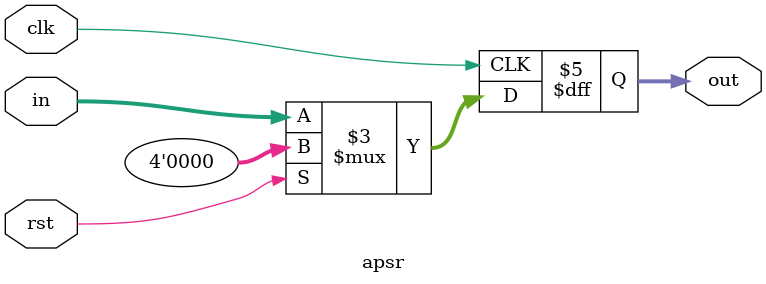
<source format=v>

module apsr(rst, clk, in, out);

input clk, rst;
input [3:0] in;
output reg [3:0] out;


always @(posedge clk) begin
	if(rst) begin
		out <= 0;
		$display("APSR Reset");
		end
	else out <= in; 
	end

endmodule

</source>
